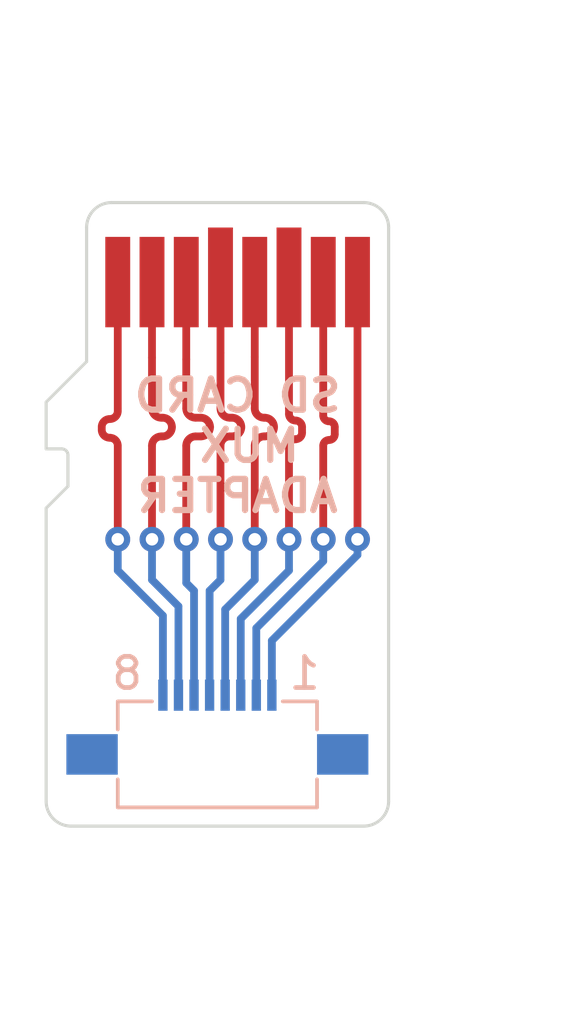
<source format=kicad_pcb>
(kicad_pcb (version 20211014) (generator pcbnew)
  (layers (0 "F.Cu" signal) (31 "B.Cu" signal) (34 "B.Paste" user) (35 "F.Paste" user) (36 "B.SilkS" user "B.Silkscreen") (37 "F.SilkS" user "F.Silkscreen") (38 "B.Mask" user) (39 "F.Mask" user) (44 "Edge.Cuts" user))
  (net 0 "")
  (net 1 "/DAT2")
  (net 2 "/CD{slash}DAT3")
  (net 3 "/CMD")
  (net 4 "/VDD")
  (net 5 "/CLK")
  (net 6 "/VSS")
  (net 7 "/DAT0")
  (net 8 "/DAT1")
  (footprint "kikit:Tab" (layer "F.Cu") (at 165.3 89.2 90)
    (fp_text reference "REF1" hide)
    (fp_text value "Tab")
  )
  (footprint "kikit:Tab" (layer "F.Cu") (at 170.8 73.9 180)
    (fp_text reference "REF**" hide)
    (fp_text value "Tab")
  )
  (footprint "sd-card-mux:micro-sd-contacts" (layer "F.Cu") (at 165.95 69.2)
    (fp_text reference "J2" hide)
    (fp_text value "Conn_01x08_Male")
    (pad "1" smd rect (at -3.85 2.55) (size 0.8 2.9) (layers "F.Cu" "F.Mask") (net 1 "/DAT2"))
    (pad "2" smd rect (at -2.75 2.55) (size 0.8 2.9) (layers "F.Cu" "F.Mask") (net 2 "/CD{slash}DAT3"))
    (pad "3" smd rect (at -1.65 2.55) (size 0.8 2.9) (layers "F.Cu" "F.Mask") (net 3 "/CMD"))
    (pad "4" smd rect (at -0.55 2.4) (size 0.8 3.2) (layers "F.Cu" "F.Mask") (net 4 "/VDD"))
    (pad "5" smd rect (at 0.55 2.55) (size 0.8 2.9) (layers "F.Cu" "F.Mask") (net 5 "/CLK"))
    (pad "6" smd rect (at 1.65 2.4) (size 0.8 3.2) (layers "F.Cu" "F.Mask") (net 6 "/VSS"))
    (pad "7" smd rect (at 2.75 2.55) (size 0.8 2.9) (layers "F.Cu" "F.Mask") (net 7 "/DAT0"))
    (pad "8" smd rect (at 3.85 2.55) (size 0.8 2.9) (layers "F.Cu" "F.Mask") (net 8 "/DAT1"))
  )
  (footprint "kikit:Tab" (layer "F.Cu") (at 165.96 69.05 -90)
    (fp_text reference "REF**" hide)
    (fp_text value "Tab")
  )
  (footprint "kikit:Tab" (layer "F.Cu") (at 170.8 83 180)
    (fp_text reference "REF**" hide)
    (fp_text value "Tab")
  )
  (footprint "sd-card-mux:Wurth_FPC_687108183722" (layer "B.Cu") (at 165.3 85 180)
    (fp_text reference "J1" hide)
    (fp_text value "687108183722")
    (fp_line (start -3.2 -3.6) (end 3.2 -3.6) (layer "B.SilkS") (width 0.12))
    (fp_line (start 3.2 -3.6) (end 3.2 -2.7) (layer "B.SilkS") (width 0.12))
    (fp_line (start 3.2 -1.1) (end 3.2 -0.2) (layer "B.SilkS") (width 0.12))
    (fp_line (start 3.2 -0.2) (end 2.1 -0.2) (layer "B.SilkS") (width 0.12))
    (fp_line (start -3.2 -1.1) (end -3.2 -0.2) (layer "B.SilkS") (width 0.12))
    (fp_line (start -3.2 -2.7) (end -3.2 -3.6) (layer "B.SilkS") (width 0.12))
    (fp_line (start -3.2 -0.2) (end -2.1 -0.2) (layer "B.SilkS") (width 0.12))
    (pad "1" smd rect (at -1.75 0 180) (size 0.3 1) (layers "B.Cu" "B.Paste" "B.Mask") (net 8 "/DAT1"))
    (pad "2" smd rect (at -1.25 0 180) (size 0.3 1) (layers "B.Cu" "B.Paste" "B.Mask") (net 7 "/DAT0"))
    (pad "3" smd rect (at -0.75 0 180) (size 0.3 1) (layers "B.Cu" "B.Paste" "B.Mask") (net 6 "/VSS"))
    (pad "4" smd rect (at -0.25 0 180) (size 0.3 1) (layers "B.Cu" "B.Paste" "B.Mask") (net 5 "/CLK"))
    (pad "5" smd rect (at 0.25 0 180) (size 0.3 1) (layers "B.Cu" "B.Paste" "B.Mask") (net 4 "/VDD"))
    (pad "6" smd rect (at 0.75 0 180) (size 0.3 1) (layers "B.Cu" "B.Paste" "B.Mask") (net 3 "/CMD"))
    (pad "7" smd rect (at 1.25 0 180) (size 0.3 1) (layers "B.Cu" "B.Paste" "B.Mask") (net 2 "/CD{slash}DAT3"))
    (pad "8" smd rect (at 1.75 0 180) (size 0.3 1) (layers "B.Cu" "B.Paste" "B.Mask") (net 1 "/DAT2"))
    (pad "9" smd rect (at -4.025 -1.9 180) (size 1.65 1.3) (layers "B.Cu" "B.Paste" "B.Mask"))
    (pad "10" smd rect (at 4.025 -1.9 180) (size 1.65 1.3) (layers "B.Cu" "B.Paste" "B.Mask"))
  )
  (gr_line (start 159.8 79) (end 160.5 78.3) (layer "Edge.Cuts") (width 0.1))
  (gr_line (start 170 69.2) (end 161.9 69.2) (layer "Edge.Cuts") (width 0.1))
  (gr_line (start 160.5 77.3) (end 160.5 78.3) (layer "Edge.Cuts") (width 0.1))
  (gr_arc (start 170 69.2) (mid 170.565685 69.434315) (end 170.8 70) (layer "Edge.Cuts") (width 0.1))
  (gr_line (start 161.1 74.3) (end 159.8 75.6) (layer "Edge.Cuts") (width 0.1))
  (gr_arc (start 170.8 88.4) (mid 170.565685 88.965685) (end 170 89.2) (layer "Edge.Cuts") (width 0.1))
  (gr_line (start 170 89.2) (end 160.6 89.2) (layer "Edge.Cuts") (width 0.1))
  (gr_line (start 159.8 75.6) (end 159.8 77.1) (layer "Edge.Cuts") (width 0.1))
  (gr_line (start 159.8 79) (end 159.8 88.4) (layer "Edge.Cuts") (width 0.1))
  (gr_arc (start 161.1 70) (mid 161.334315 69.434315) (end 161.9 69.2) (layer "Edge.Cuts") (width 0.1))
  (gr_arc (start 160.3 77.1) (mid 160.441421 77.158579) (end 160.5 77.3) (layer "Edge.Cuts") (width 0.1))
  (gr_line (start 170.8 88.4) (end 170.8 70) (layer "Edge.Cuts") (width 0.1))
  (gr_line (start 161.1 74.3) (end 161.1 70) (layer "Edge.Cuts") (width 0.1))
  (gr_line (start 159.8 77.1) (end 160.3 77.1) (layer "Edge.Cuts") (width 0.1))
  (gr_arc (start 160.6 89.2) (mid 160.034315 88.965685) (end 159.8 88.4) (layer "Edge.Cuts") (width 0.1))
  (gr_text "1" (at 168.1 84.3) (layer "B.SilkS") (effects (font (size 1 1)) (justify mirror)))
  (gr_text "SD CARD\nMUX \nADAPTER\n" (at 165.95 77) (layer "B.SilkS") (effects (font (size 1 1) (thickness 0.2)) (justify mirror)))
  (gr_text "8" (at 162.4 84.3) (layer "B.SilkS") (effects (font (size 1 1)) (justify mirror)))
  (segment (start 162.1 75.8) (end 162.1 71.75) (width 0.25) (layer "F.Cu") (net 1))
  (segment (start 162.1 80) (end 162.1 77) (width 0.25) (layer "F.Cu") (net 1))
  (segment (start 161.58528 76.48528) (end 161.58528 76.4) (width 0.25) (layer "F.Cu") (net 1))
  (segment (start 162.1 75.88528) (end 162.1 75.8) (width 0.25) (layer "F.Cu") (net 1))
  (via (at 162.1 80) (size 0.8) (drill 0.4) (layers "F.Cu" "B.Cu") (net 1))
  (arc (start 161.58528 76.4) (mid 161.660659 76.218019) (end 161.84264 76.14264) (width 0.25) (layer "F.Cu") (net 1))
  (arc (start 161.84264 76.74264) (mid 161.660659 76.667261) (end 161.58528 76.48528) (width 0.25) (layer "F.Cu") (net 1))
  (arc (start 162.1 77) (mid 162.024621 76.818019) (end 161.84264 76.74264) (width 0.25) (layer "F.Cu") (net 1))
  (arc (start 161.84264 76.14264) (mid 162.024621 76.067261) (end 162.1 75.88528) (width 0.25) (layer "F.Cu") (net 1))
  (segment (start 163.55 82.45) (end 162.1 81) (width 0.25) (layer "B.Cu") (net 1))
  (segment (start 162.1 81) (end 162.1 80) (width 0.25) (layer "B.Cu") (net 1))
  (segment (start 163.55 85) (end 163.55 82.45) (width 0.25) (layer "B.Cu") (net 1))
  (segment (start 163.2 75.8) (end 163.2 74.173868) (width 0.25) (layer "F.Cu") (net 2))
  (segment (start 163.2 80) (end 163.2 77) (width 0.25) (layer "F.Cu") (net 2))
  (segment (start 163.2 74.173868) (end 163.2 71.75) (width 0.25) (layer "F.Cu") (net 2))
  (segment (start 163.538984 76.1) (end 163.5 76.1) (width 0.25) (layer "F.Cu") (net 2))
  (segment (start 163.5 76.7) (end 163.538984 76.7) (width 0.25) (layer "F.Cu") (net 2))
  (via (at 163.2 80) (size 0.8) (drill 0.4) (layers "F.Cu" "B.Cu") (net 2))
  (arc (start 163.838984 76.4) (mid 163.751116 76.187868) (end 163.538984 76.1) (width 0.25) (layer "F.Cu") (net 2))
  (arc (start 163.538984 76.7) (mid 163.751116 76.612132) (end 163.838984 76.4) (width 0.25) (layer "F.Cu") (net 2))
  (arc (start 163.5 76.1) (mid 163.287868 76.012132) (end 163.2 75.8) (width 0.25) (layer "F.Cu") (net 2))
  (arc (start 163.2 77) (mid 163.287868 76.787868) (end 163.5 76.7) (width 0.25) (layer "F.Cu") (net 2))
  (segment (start 164.05 82.15) (end 163.2 81.3) (width 0.25) (layer "B.Cu") (net 2))
  (segment (start 164.05 85) (end 164.05 82.15) (width 0.25) (layer "B.Cu") (net 2))
  (segment (start 163.2 81.3) (end 163.2 80) (width 0.25) (layer "B.Cu") (net 2))
  (segment (start 164.3 75.8) (end 164.3 74.227586) (width 0.25) (layer "F.Cu") (net 3))
  (segment (start 164.3 74.227586) (end 164.3 71.75) (width 0.25) (layer "F.Cu") (net 3))
  (segment (start 164.3 80) (end 164.3 77) (width 0.25) (layer "F.Cu") (net 3))
  (segment (start 164.763248 76.1) (end 164.6 76.1) (width 0.25) (layer "F.Cu") (net 3))
  (segment (start 164.6 76.7) (end 164.763248 76.7) (width 0.25) (layer "F.Cu") (net 3))
  (via (at 164.3 80) (size 0.8) (drill 0.4) (layers "F.Cu" "B.Cu") (net 3))
  (arc (start 164.6 76.1) (mid 164.387868 76.012132) (end 164.3 75.8) (width 0.25) (layer "F.Cu") (net 3))
  (arc (start 165.063248 76.4) (mid 164.97538 76.187868) (end 164.763248 76.1) (width 0.25) (layer "F.Cu") (net 3))
  (arc (start 164.3 77) (mid 164.387868 76.787868) (end 164.6 76.7) (width 0.25) (layer "F.Cu") (net 3))
  (arc (start 164.763248 76.7) (mid 164.97538 76.612132) (end 165.063248 76.4) (width 0.25) (layer "F.Cu") (net 3))
  (segment (start 164.55 81.65) (end 164.3 81.4) (width 0.25) (layer "B.Cu") (net 3))
  (segment (start 164.55 85) (end 164.55 81.65) (width 0.25) (layer "B.Cu") (net 3))
  (segment (start 164.3 81.4) (end 164.3 80) (width 0.25) (layer "B.Cu") (net 3))
  (segment (start 165.7 76.7) (end 165.767537 76.7) (width 0.25) (layer "F.Cu") (net 4))
  (segment (start 165.4 80) (end 165.4 77) (width 0.25) (layer "F.Cu") (net 4))
  (segment (start 165.4 74.021666) (end 165.4 71.6) (width 0.25) (layer "F.Cu") (net 4))
  (segment (start 165.4 75.8) (end 165.4 74.021666) (width 0.25) (layer "F.Cu") (net 4))
  (segment (start 165.767537 76.1) (end 165.7 76.1) (width 0.25) (layer "F.Cu") (net 4))
  (via (at 165.4 80) (size 0.8) (drill 0.4) (layers "F.Cu" "B.Cu") (net 4))
  (arc (start 165.7 76.1) (mid 165.487868 76.012132) (end 165.4 75.8) (width 0.25) (layer "F.Cu") (net 4))
  (arc (start 166.067537 76.4) (mid 165.979669 76.187868) (end 165.767537 76.1) (width 0.25) (layer "F.Cu") (net 4))
  (arc (start 165.4 77) (mid 165.487868 76.787868) (end 165.7 76.7) (width 0.25) (layer "F.Cu") (net 4))
  (arc (start 165.767537 76.7) (mid 165.979669 76.612132) (end 166.067537 76.4) (width 0.25) (layer "F.Cu") (net 4))
  (segment (start 165.4 81.3) (end 165.4 80) (width 0.25) (layer "B.Cu") (net 4))
  (segment (start 165.05 85) (end 165.05 81.65) (width 0.25) (layer "B.Cu") (net 4))
  (segment (start 165.05 81.65) (end 165.4 81.3) (width 0.25) (layer "B.Cu") (net 4))
  (segment (start 166.818273 76.1) (end 166.8 76.1) (width 0.25) (layer "F.Cu") (net 5))
  (segment (start 166.5 74.147009) (end 166.5 71.75) (width 0.25) (layer "F.Cu") (net 5))
  (segment (start 166.5 80) (end 166.5 77) (width 0.25) (layer "F.Cu") (net 5))
  (segment (start 166.5 75.8) (end 166.5 74.147009) (width 0.25) (layer "F.Cu") (net 5))
  (segment (start 166.8 76.7) (end 166.818273 76.7) (width 0.25) (layer "F.Cu") (net 5))
  (via (at 166.5 80) (size 0.8) (drill 0.4) (layers "F.Cu" "B.Cu") (net 5))
  (arc (start 166.818273 76.7) (mid 167.030405 76.612132) (end 167.118273 76.4) (width 0.25) (layer "F.Cu") (net 5))
  (arc (start 166.5 77) (mid 166.587868 76.787868) (end 166.8 76.7) (width 0.25) (layer "F.Cu") (net 5))
  (arc (start 166.8 76.1) (mid 166.587868 76.012132) (end 166.5 75.8) (width 0.25) (layer "F.Cu") (net 5))
  (arc (start 167.118273 76.4) (mid 167.030405 76.187868) (end 166.818273 76.1) (width 0.25) (layer "F.Cu") (net 5))
  (segment (start 165.55 82.25) (end 166.5 81.3) (width 0.25) (layer "B.Cu") (net 5))
  (segment (start 165.55 85) (end 165.55 82.25) (width 0.25) (layer "B.Cu") (net 5))
  (segment (start 166.5 81.3) (end 166.5 80) (width 0.25) (layer "B.Cu") (net 5))
  (segment (start 167.6 75.980992) (end 167.6 75.8) (width 0.25) (layer "F.Cu") (net 6))
  (segment (start 167.6 75.8) (end 167.6 71.6) (width 0.25) (layer "F.Cu") (net 6))
  (segment (start 167.809505 76.190496) (end 167.809504 76.190496) (width 0.25) (layer "F.Cu") (net 6))
  (segment (start 167.6 80) (end 167.6 77) (width 0.25) (layer "F.Cu") (net 6))
  (segment (start 168.019009 76.580992) (end 168.019009 76.4) (width 0.25) (layer "F.Cu") (net 6))
  (segment (start 167.809504 76.790496) (end 167.809505 76.790496) (width 0.25) (layer "F.Cu") (net 6))
  (via (at 167.6 80) (size 0.8) (drill 0.4) (layers "F.Cu" "B.Cu") (net 6))
  (arc (start 167.6 77) (mid 167.661362 76.851858) (end 167.809504 76.790496) (width 0.25) (layer "F.Cu") (net 6))
  (arc (start 167.809505 76.790496) (mid 167.957647 76.729134) (end 168.019009 76.580992) (width 0.25) (layer "F.Cu") (net 6))
  (arc (start 168.019009 76.4) (mid 167.957647 76.251858) (end 167.809505 76.190496) (width 0.25) (layer "F.Cu") (net 6))
  (arc (start 167.809504 76.190496) (mid 167.661362 76.129134) (end 167.6 75.980992) (width 0.25) (layer "F.Cu") (net 6))
  (segment (start 166.05 82.55) (end 167.6 81) (width 0.25) (layer "B.Cu") (net 6))
  (segment (start 167.6 81) (end 167.6 80) (width 0.25) (layer "B.Cu") (net 6))
  (segment (start 166.05 85) (end 166.05 82.55) (width 0.25) (layer "B.Cu") (net 6))
  (segment (start 169.069745 76.630256) (end 169.069745 76.4) (width 0.25) (layer "F.Cu") (net 7))
  (segment (start 168.7 80) (end 168.7 77) (width 0.25) (layer "F.Cu") (net 7))
  (segment (start 168.7 75.8) (end 168.7 71.75) (width 0.25) (layer "F.Cu") (net 7))
  (segment (start 168.7 76.030256) (end 168.7 75.8) (width 0.25) (layer "F.Cu") (net 7))
  (segment (start 168.884873 76.215128) (end 168.884872 76.215128) (width 0.25) (layer "F.Cu") (net 7))
  (segment (start 168.884872 76.815128) (end 168.884873 76.815128) (width 0.25) (layer "F.Cu") (net 7))
  (via (at 168.7 80) (size 0.8) (drill 0.4) (layers "F.Cu" "B.Cu") (net 7))
  (arc (start 169.069745 76.4) (mid 169.015597 76.269276) (end 168.884873 76.215128) (width 0.25) (layer "F.Cu") (net 7))
  (arc (start 168.7 77) (mid 168.754148 76.869276) (end 168.884872 76.815128) (width 0.25) (layer "F.Cu") (net 7))
  (arc (start 168.884872 76.215128) (mid 168.754148 76.16098) (end 168.7 76.030256) (width 0.25) (layer "F.Cu") (net 7))
  (arc (start 168.884873 76.815128) (mid 169.015597 76.76098) (end 169.069745 76.630256) (width 0.25) (layer "F.Cu") (net 7))
  (segment (start 168.7 80.7) (end 168.7 80) (width 0.25) (layer "B.Cu") (net 7))
  (segment (start 166.55 85) (end 166.55 82.85) (width 0.25) (layer "B.Cu") (net 7))
  (segment (start 166.55 82.85) (end 168.7 80.7) (width 0.25) (layer "B.Cu") (net 7))
  (segment (start 169.8 71.75) (end 169.8 80) (width 0.25) (layer "F.Cu") (net 8))
  (via (at 169.8 80) (size 0.8) (drill 0.4) (layers "F.Cu" "B.Cu") (net 8))
  (segment (start 167.05 83.25) (end 169.8 80.5) (width 0.25) (layer "B.Cu") (net 8))
  (segment (start 167.05 85) (end 167.05 83.25) (width 0.25) (layer "B.Cu") (net 8))
  (segment (start 169.8 80.5) (end 169.8 80) (width 0.25) (layer "B.Cu") (net 8))
)
</source>
